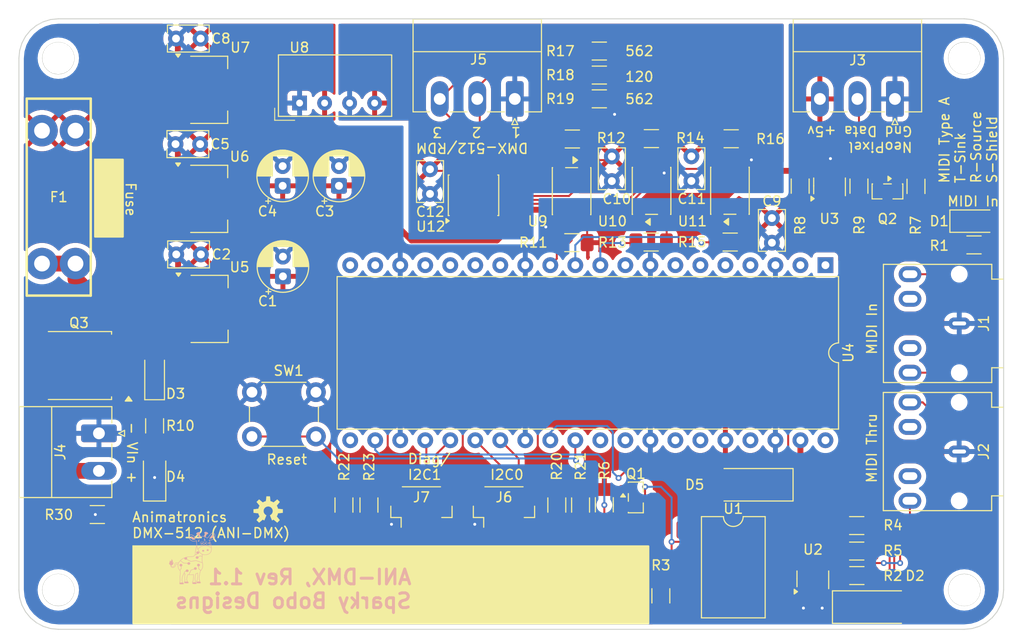
<source format=kicad_pcb>
(kicad_pcb (version 20241229) (generator "pcbnew") (generator_version "9.0")
  (title_block (title "Animatronics - DMX-512 (ANI-DMX)") (date "2025-12-31") (rev "1.1") (company "Sparky Bobo Designs") (comment 2 "Designed by: SparkyBobo") (comment 3 "https://creativecommons.org/licenses/by-sa/4.0/") (comment 4 "Released under the Creative Commons Attribution Share-Alike 4.0 License"))
  (layers (0 "F.Cu" signal) (2 "B.Cu" signal) (13 "F.Paste" user) (15 "B.Paste" user) (5 "F.SilkS" user "F.Silkscreen") (7 "B.SilkS" user "B.Silkscreen") (1 "F.Mask" user) (3 "B.Mask" user) (25 "Edge.Cuts" user))
  (net 0 "")
  (net 1 "GND")
  (net 2 "+5VD")
  (net 3 "+5VP")
  (net 4 "Net-(D1-K)")
  (net 5 "Net-(D2-K)")
  (net 6 "/SNK_IN")
  (net 7 "+5VL")
  (net 8 "/SRC_IN")
  (net 11 "/SNK_OUT")
  (net 12 "Net-(U7-VO)")
  (net 13 "Net-(D1-A)")
  (net 14 "/SRC_OUT")
  (net 15 "Net-(D3-A)")
  (net 16 "/I2C0_D")
  (net 17 "+3.3V")
  (net 18 "/I2C0_C")
  (net 19 "/I2C1_C")
  (net 20 "/I2C1_D")
  (net 21 "Net-(J5-Pin_2)")
  (net 22 "Net-(J5-Pin_3)")
  (net 24 "VDD")
  (net 25 "GNDD")
  (net 26 "/MIDI_IN")
  (net 27 "/LED")
  (net 28 "Net-(Q2-D)")
  (net 29 "/DMX-RX")
  (net 30 "Net-(D3-K)")
  (net 31 "Net-(D4-A)")
  (net 32 "/DMX-EN")
  (net 33 "Net-(U9-K)")
  (net 34 "Net-(U5-VI)")
  (net 35 "Net-(U10-K)")
  (net 36 "/DMX-TX")
  (net 37 "Net-(U10-VO)")
  (net 40 "Net-(J3-Pin_2)")
  (net 43 "Net-(R5-Pad2)")
  (net 44 "Net-(R9-Pad1)")
  (net 45 "Net-(U12-RO)")
  (net 46 "Net-(U11-K)")
  (net 48 "Net-(U11-VO)")
  (net 49 "Net-(U4-RUN)")
  (net 51 "Net-(J4-Pin_2)")
  (net 67 "/~{DT-MBB}")
  (net 68 "/~{DT-MAB}")
  (net 69 "/~{DT-BRK}")
  (footprint "Capacitor_THT:CP_Radial_D5.0mm_P2.00mm" (layer "F.Cu") (at 122.4788 75.2028 90)
    (property "Reference" "C3")
    (property "Value" "100uf")
  )
  (footprint "Resistor_SMD:R_1206_3216Metric_Pad1.30x1.75mm_HandSolder" (layer "F.Cu") (at 186.9688 81.2038 180)
    (property "Reference" "R1")
    (property "Value" "330")
  )
  (footprint "Package_TO_SOT_SMD:TO-252-2" (layer "F.Cu") (at 96.0774 93.4526 180)
    (property "Reference" "Q3")
    (property "Value" "TSM680P06")
  )
  (footprint "Resistor_SMD:R_1206_3216Metric_Pad1.30x1.75mm_HandSolder" (layer "F.Cu") (at 175.0568 112.2934 180)
    (property "Reference" "R5")
    (property "Value" "220")
  )
  (footprint "MountingHole:MountingHole_3.2mm_M3" (layer "F.Cu") (at 93.98 62.23)
    (property "Reference" "H1" (hide yes))
    (property "Value" "MountingHole")
  )
  (footprint "Package_SO:SO-5-6_4.55x3.7mm_P1.27mm" (layer "F.Cu") (at 162.1838 75.707 90)
    (property "Reference" "U11")
    (property "Value" "TLP2363")
  )
  (footprint "Capacitor_THT:C_Rect_L4.0mm_W2.5mm_P2.50mm" (layer "F.Cu") (at 108.458 82.169 180)
    (property "Reference" "C2")
    (property "Value" "0.1uF")
  )
  (footprint "Resistor_SMD:R_1206_3216Metric_Pad1.30x1.75mm_HandSolder" (layer "F.Cu") (at 122.9868 107.6204 90)
    (property "Reference" "R22")
    (property "Value" "4.7k")
  )
  (footprint "Resistor_SMD:R_1206_3216Metric_Pad1.30x1.75mm_HandSolder" (layer "F.Cu") (at 148.9208 66.3702 180)
    (property "Reference" "R19")
    (property "Value" "562")
  )
  (footprint "Resistor_SMD:R_1206_3216Metric_Pad1.30x1.75mm_HandSolder" (layer "F.Cu") (at 146.1316 80.9752 180)
    (property "Reference" "R11")
    (property "Value" "470")
  )
  (footprint "Package_SO:SO-5-6_4.55x3.7mm_P1.27mm" (layer "F.Cu") (at 146.1056 75.7428 -90)
    (property "Reference" "U9")
    (property "Value" "TLP2363")
  )
  (footprint "Package_TO_SOT_SMD:SOT-23-5_HandSoldering" (layer "F.Cu") (at 172.2984 75.3072 90)
    (property "Reference" "U3")
    (property "Value" "74AHC1G125")
  )
  (footprint "Package_TO_SOT_SMD:SOT-23" (layer "F.Cu") (at 178.181 75.7705 -90)
    (property "Reference" "Q2")
    (property "Value" "BSS138")
  )
  (footprint "Capacitor_THT:C_Rect_L4.0mm_W2.5mm_P2.50mm" (layer "F.Cu") (at 131.7244 73.5218 -90)
    (property "Reference" "C12")
    (property "Value" "0.1uF")
  )
  (footprint "MountingHole:MountingHole_3.2mm_M3" (layer "F.Cu") (at 185.9788 62.2554)
    (property "Reference" "H2" (hide yes))
    (property "Value" "MountingHole")
  )
  (footprint "footprints:RP_Pico_DIP" (layer "F.Cu") (at 171.8818 83.2612 -90)
    (property "Reference" "U4")
    (property "Value" "Raspberry Pi Pico")
  )
  (footprint "Package_DIP:SMDIP-8_W9.53mm" (layer "F.Cu") (at 162.5266 113.9364)
    (property "Reference" "U1")
    (property "Value" "6N138")
  )
  (footprint "MountingHole:MountingHole_3.2mm_M3" (layer "F.Cu") (at 93.98 116.2304)
    (property "Reference" "H3" (hide yes))
    (property "Value" "MountingHole")
  )
  (footprint "Capacitor_THT:C_Rect_L4.0mm_W2.5mm_P2.50mm" (layer "F.Cu") (at 108.3818 70.9676 180)
    (property "Reference" "C5")
    (property "Value" "0.1uF")
  )
  (footprint "Resistor_SMD:R_1206_3216Metric_Pad1.30x1.75mm_HandSolder" (layer "F.Cu") (at 155.1686 116.84 90)
    (property "Reference" "R3")
    (property "Value" "220")
  )
  (footprint "Capacitor_THT:CP_Radial_D5.0mm_P2.00mm" (layer "F.Cu") (at 116.7892 84.3976 90)
    (property "Reference" "C1")
    (property "Value" "10uf")
  )
  (footprint "Resistor_SMD:R_1206_3216Metric_Pad1.30x1.75mm_HandSolder" (layer "F.Cu") (at 154.1834 80.9136)
    (property "Reference" "R13")
    (property "Value" "470")
  )
  (footprint "Resistor_SMD:R_1206_3216Metric_Pad1.30x1.75mm_HandSolder" (layer "F.Cu") (at 169.3164 75.2342 90)
    (property "Reference" "R8")
    (property "Value" "10k")
  )
  (footprint "Package_TO_SOT_SMD:SOT-223-3_TabPin2" (layer "F.Cu") (at 109.2704 76.5302)
    (property "Reference" "U6")
    (property "Value" "AZ1117-5.0")
  )
  (footprint "Resistor_SMD:R_1206_3216Metric_Pad1.30x1.75mm_HandSolder" (layer "F.Cu") (at 148.9196 61.5188)
    (property "Reference" "R17")
    (property "Value" "562")
  )
  (footprint "Package_TO_SOT_SMD:SOT-223-3_TabPin2" (layer "F.Cu") (at 109.2704 65.4558)
    (property "Reference" "U7")
    (property "Value" "AZ1117-5.0")
  )
  (footprint "Diode_SMD:D_SOD-123" (layer "F.Cu") (at 103.759 94.5642 90)
    (property "Reference" "D3")
    (property "Value" "3.9v")
  )
  (footprint "Resistor_SMD:R_1206_3216Metric_Pad1.30x1.75mm_HandSolder" (layer "F.Cu") (at 146.1824 70.4488)
    (property "Reference" "R12")
    (property "Value" "470")
  )
  (footprint "Resistor_SMD:R_1206_3216Metric_Pad1.30x1.75mm_HandSolder" (layer "F.Cu") (at 144.6022 107.6204 90)
    (property "Reference" "R20")
    (property "Value" "4.7k")
  )
  (footprint "footprints:Converter_DCDC_Recom_RFM0505S_THT" (layer "F.Cu") (at 118.4829 66.7989 90)
    (property "Reference" "U8")
    (property "Value" "RFM-0505S")
  )
  (footprint "Resistor_SMD:R_1206_3216Metric_Pad1.30x1.75mm_HandSolder" (layer "F.Cu") (at 175.0568 109.7064 180)
    (property "Reference" "R4")
    (property "Value" "220")
  )
  (footprint "footprints:OSHW-LOGO-S" (layer "F.Cu") (at 115.2906 108.2294)
    (property "Reference" "")
    (property "Value" "")
  )
  (footprint "Resistor_SMD:R_1206_3216Metric_Pad1.30x1.75mm_HandSolder" (layer "F.Cu") (at 175.072 114.7826 180)
    (property "Reference" "R2")
    (property "Value" "220")
  )
  (footprint "Capacitor_THT:C_Rect_L4.0mm_W2.5mm_P2.50mm" (layer "F.Cu") (at 150.1902 72.223 -90)
    (property "Reference" "C10")
    (property "Value" "0.1uF")
  )
  (footprint "Resistor_SMD:R_1206_3216Metric_Pad1.30x1.75mm_HandSolder" (layer "F.Cu") (at 162.2104 80.9136)
    (property "Reference" "R15")
    (property "Value" "470")
  )
  (footprint "Resistor_SMD:R_1206_3216Metric_Pad1.30x1.75mm_HandSolder" (layer "F.Cu") (at 149.4282 107.5944 90)
    (property "Reference" "R6")
    (property "Value" "10k")
  )
  (footprint "Package_TO_SOT_SMD:SOT-23-5_HandSoldering" (layer "F.Cu") (at 170.6016 115.2144 90)
    (property "Reference" "U2")
    (property "Value" "74AHC1G125")
  )
  (footprint "Connector_Phoenix_MC:PhoenixContact_MC_1,5_3-G-3.81_1x03_P3.81mm_Horizontal" (layer "F.Cu") (at 140.335 66.3817 180)
    (property "Reference" "J5")
    (property "Value" "DMX")
  )
  (footprint "Diode_SMD:D_SMA_Handsoldering" (layer "F.Cu") (at 177.1034 117.983)
    (property "Reference" "D2")
    (property "Value" "MBRA140")
  )
  (footprint "Package_SO:SO-5-6_4.55x3.7mm_P1.27mm" (layer "F.Cu") (at 154.2254 75.7178 90)
    (property "Reference" "U10")
    (property "Value" "TLP2363")
  )
  (footprint "Resistor_SMD:R_1206_3216Metric_Pad1.30x1.75mm_HandSolder" (layer "F.Cu") (at 97.9424 108.585 180)
    (property "Reference" "R30")
    (property "Value" "1k")
  )
  (footprint "Package_TO_SOT_SMD:SOT-223-3_TabPin2" (layer "F.Cu") (at 109.3104 87.7062)
    (property "Reference" "U5")
    (property "Value" "AZ1117-5.0")
  )
  (footprint "Resistor_SMD:R_1206_3216Metric_Pad1.30x1.75mm_HandSolder" (layer "F.Cu") (at 125.5268 107.6204 90)
    (property "Reference" "R23")
    (property "Value" "4.7k")
  )
  (footprint "Connector_JST:JST_SH_BM04B-SRSS-TB_1x04-1MP_P1.00mm_Vertical" (layer "F.Cu") (at 130.8548 107.7764)
    (property "Reference" "J7")
    (property "Value" "I2C1")
  )
  (footprint "Resistor_SMD:R_1206_3216Metric_Pad1.30x1.75mm_HandSolder" (layer "F.Cu") (at 103.759 99.578 -90)
    (property "Reference" "R10")
    (property "Value" "470")
  )
  (footprint "Diode_SMD:D_SMA_Handsoldering" (layer "F.Cu") (at 164.084 105.5624 180)
    (property "Reference" "D5")
    (property "Value" "MBRA140")
  )
  (footprint "Package_SO:SOIC-8_3.9x4.9mm_P1.27mm" (layer "F.Cu") (at 136.144 76.1634 90)
    (property "Reference" "U12")
    (property "Value" "THVD1420")
  )
  (footprint "Package_TO_SOT_SMD:SOT-23" (layer "F.Cu") (at 152.6263 106.8476)
    (property "Reference" "Q1")
    (property "Value" "BSS138")
  )
  (footprint "Connector_JST:JST_SH_BM04B-SRSS-TB_1x04-1MP_P1.00mm_Vertical" (layer "F.Cu") (at 139.2368 107.7764)
    (property "Reference" "J6")
    (property "Value" "I2C0")
  )
  (footprint "MountingHole:MountingHole_3.2mm_M3" (layer "F.Cu") (at 185.9788 116.2558)
    (property "Reference" "H4" (hide yes))
    (property "Value" "MountingHole")
  )
  (footprint "footprints:DP10062" (layer "F.Cu") (at 89.9778 58.2422)
    (property "Reference" "" (hide yes))
    (property "Value" "" (hide yes))
    (fp_line (start 0 4) (end 0.076859 3.21964) (stroke (width 0.1)) (layer "Edge.Cuts"))
    (fp_line (start 0 58) (end 0 4) (stroke (width 0.1)) (layer "Edge.Cuts"))
    (fp_line (start 0.076859 3.21964) (end 0.304474 2.46925) (stroke (width 0.1)) (layer "Edge.Cuts"))
    (fp_line (start 0.076859 58.7803) (end 0 58) (stroke (width 0.1)) (layer "Edge.Cuts"))
    (fp_line (start 0.304474 2.46925) (end 0.674118 1.77771) (stroke (width 0.1)) (layer "Edge.Cuts"))
    (fp_line (start 0.304474 59.5307) (end 0.076859 58.7803) (stroke (width 0.1)) (layer "Edge.Cuts"))
    (fp_line (start 0.674118 1.77771) (end 1.17157 1.17157) (stroke (width 0.1)) (layer "Edge.Cuts"))
    (fp_line (start 0.674118 60.2223) (end 0.304474 59.5307) (stroke (width 0.1)) (layer "Edge.Cuts"))
    (fp_line (start 1.17157 1.17157) (end 1.77771 0.674118) (stroke (width 0.1)) (layer "Edge.Cuts"))
    (fp_line (start 1.17157 60.8284) (end 0.674118 60.2223) (stroke (width 0.1)) (layer "Edge.Cuts"))
    (fp_line (start 1.77771 0.674118) (end 2.46925 0.304474) (stroke (width 0.1)) (layer "Edge.Cuts"))
    (fp_line (start 1.77771 61.3259) (end 1.17157 60.8284) (stroke (width 0.1)) (layer "Edge.Cuts"))
    (fp_line (start 2.39999 4) (end 2.43074 4.31213) (stroke (width 0.1)) (layer "Edge.Cuts"))
    (fp_line (start 2.39999 58) (end 2.43074 58.3121) (stroke (width 0.1)) (layer "Edge.Cuts"))
    (fp_line (start 2.43074 3.68785) (end 2.39999 4) (stroke (width 0.1)) (layer "Edge.Cuts"))
    (fp_line (start 2.43074 4.31213) (end 2.52179 4.61229) (stroke (width 0.1)) (layer "Edge.Cuts"))
    (fp_line (start 2.43074 57.6879) (end 2.39999 58) (stroke (width 0.1)) (layer "Edge.Cuts"))
    (fp_line (start 2.43074 58.3121) (end 2.52179 58.6123) (stroke (width 0.1)) (layer "Edge.Cuts"))
    (fp_line (start 2.46925 0.304474) (end 3.21964 0.076859) (stroke (width 0.1)) (layer "Edge.Cuts"))
    (fp_line (start 2.46925 61.6955) (end 1.77771 61.3259) (stroke (width 0.1)) (layer "Edge.Cuts"))
    (fp_line (start 2.52179 3.3877) (end 2.43074 3.68785) (stroke (width 0.1)) (layer "Edge.Cuts"))
    (fp_line (start 2.52179 4.61229) (end 2.66965 4.8889) (stroke (width 0.1)) (layer "Edge.Cuts"))
    (fp_line (start 2.52179 57.3877) (end 2.43074 57.6879) (stroke (width 0.1)) (layer "Edge.Cuts"))
    (fp_line (start 2.52179 58.6123) (end 2.66965 58.8889) (stroke (width 0.1)) (layer "Edge.Cuts"))
    (fp_line (start 2.66965 3.11108) (end 2.52179 3.3877) (stroke (width 0.1)) (layer "Edge.Cuts"))
    (fp_line (start 2.66965 4.8889) (end 2.86862 5.13136) (stroke (width 0.1)) (layer "Edge.Cuts"))
    (fp_line (start 2.66965 57.1111) (end 2.52179 57.3877) (stroke (width 0.1)) (layer "Edge.Cuts"))
    (fp_line (start 2.66965 58.8889) (end 2.86862 59.1314) (stroke (width 0.1)) (layer "Edge.Cuts"))
    (fp_line (start 2.86862 2.86862) (end 2.66965 3.11108) (stroke (width 0.1)) (layer "Edge.Cuts"))
    (fp_line (start 2.86862 5.13136) (end 3.11108 5.33034) (stroke (width 0.1)) (layer "Edge.Cuts"))
    (fp_line (start 2.86862 56.8686) (end 2.66965 57.1111) (stroke (width 0.1)) (layer "Edge.Cuts"))
    (fp_line (start 2.86862 59.1314) (end 3.11108 59.3303) (stroke (width 0.1)) (layer "Edge.Cuts"))
    (fp_line (start 3.11108 2.66965) (end 2.86862 2.86862) (stroke (width 0.1)) (layer "Edge.Cuts"))
    (fp_line (start 3.11108 5.33034) (end 3.3877 5.4782) (stroke (width 0.1)) (layer "Edge.Cuts"))
    (fp_line (start 3.11108 56.6696) (end 2.86862 56.8686) (stroke (width 0.1)) (layer "Edge.Cuts"))
    (fp_line (start 3.11108 59.3303) (end 3.3877 59.4782) (stroke (width 0.1)) (layer "Edge.Cuts"))
    (fp_line (start 3.21964 0.076859) (end 3.99998 0) (stroke (width 0.1)) (layer "Edge.Cuts"))
    (fp_line (start 3.21964 61.9231) (end 2.46925 61.6955) (stroke (width 0.1)) (layer "Edge.Cuts"))
    (fp_line (start 3.3877 2.52179) (end 3.11108 2.66965) (stroke (width 0.1)) (layer "Edge.Cuts"))
    (fp_line (start 3.3877 5.4782) (end 3.68785 5.56924) (stroke (width 0.1)) (layer "Edge.Cuts"))
    (fp_line (start 3.3877 56.5218) (end 3.11108 56.6696) (stroke (width 0.1)) (layer "Edge.Cuts"))
    (fp_line (start 3.3877 59.4782) (end 3.68785 59.5692) (stroke (width 0.1)) (layer "Edge.Cuts"))
    (fp_line (start 3.68785 2.43074) (end 3.3877 2.52179) (stroke (width 0.1)) (layer "Edge.Cuts"))
    (fp_line (start 3.68785 5.56924) (end 4 5.59999) (stroke (width 0.1)) (layer "Edge.Cuts"))
    (fp_line (start 3.68785 56.4307) (end 3.3877 56.5218) (stroke (width 0.1)) (layer "Edge.Cuts"))
    (fp_line (start 3.68785 59.5692) (end 4 59.6) (stroke (width 0.1)) (layer "Edge.Cuts"))
    (fp_line (start 3.99998 0) (end 96 0) (stroke (width 0.1)) (layer "Edge.Cuts"))
    (fp_line (start 3.99998 2.39999) (end 3.68785 2.43074) (stroke (width 0.1)) (layer "Edge.Cuts"))
    (fp_line (start 3.99998 56.4) (end 3.68785 56.4307) (stroke (width 0.1)) (layer "Edge.Cuts"))
    (fp_line (start 4 5.59999) (end 4.31213 5.56924) (stroke (width 0.1)) (layer "Edge.Cuts"))
    (fp_line (start 4 59.6) (end 4.31213 59.5692) (stroke (width 0.1)) (layer "Edge.Cuts"))
    (fp_line (start 4 62) (end 3.21964 61.9231) (stroke (width 0.1)) (layer "Edge.Cuts"))
    (fp_line (start 4.31213 2.43074) (end 3.99998 2.39999) (stroke (width 0.1)) (layer "Edge.Cuts"))
    (fp_line (start 4.31213 5.56924) (end 4.61229 5.4782) (stroke (width 0.1)) (layer "Edge.Cuts"))
    (fp_line (start 4.31213 56.4307) (end 3.99998 56.4) (stroke (width 0.1)) (layer "Edge.Cuts"))
    (fp_line (start 4.31213 59.5692) (end 4.61229 59.4782) (stroke (width 0.1)) (layer "Edge.Cuts"))
    (fp_line (start 4.61229 2.52179) (end 4.31213 2.43074) (stroke (width 0.1)) (layer "Edge.Cuts"))
    (fp_line (start 4.61229 5.4782) (end 4.8889 5.33034) (stroke (width 0.1)) (layer "Edge.Cuts"))
    (fp_line (start 4.61229 56.5218) (end 4.31213 56.4307) (stroke (width 0.1)) (layer "Edge.Cuts"))
    (fp_line (start 4.61229 59.4782) (end 4.8889 59.3303) (stroke (width 0.1)) (layer "Edge.Cuts"))
    (fp_line (start 4.8889 2.66965) (end 4.61229 2.52179) (stroke (width 0.1)) (layer "Edge.Cuts"))
    (fp_line (start 4.8889 5.33034) (end 5.13136 5.13136) (stroke (width 0.1)) (layer "Edge.Cuts"))
    (fp_line (start 4.8889 56.6696) (end 4.61229 56.5218) (stroke (width 0.1)) (layer "Edge.Cuts"))
    (fp_line (start 4.8889 59.3303) (end 5.13136 59.1314) (stroke (width 0.1)) (layer "Edge.Cuts"))
    (fp_line (start 5.13136 2.86862) (end 4.8889 2.66965) (stroke (width 0.1)) (layer "Edge.Cuts"))
    (fp_line (start 5.13136 5.13136) (end 5.33034 4.8889) (stroke (width 0.1)) (layer "Edge.Cuts"))
    (fp_line (start 5.13136 56.8686) (end 4.8889 56.6696) (stroke (width 0.1)) (layer "Edge.Cuts"))
    (fp_line (start 5.13136 59.1314) (end 5.33034 58.8889) (stroke (width 0.1)) (layer "Edge.Cuts"))
    (fp_line (start 5.33034 3.11108) (end 5.13136 2.86862) (stroke (width 0.1)) (layer "Edge.Cuts"))
    (fp_line (start 5.33034 4.8889) (end 5.4782 4.61229) (stroke (width 0.1)) (layer "Edge.Cuts"))
    (fp_line (start 5.33034 57.1111) (end 5.13136 56.8686) (stroke (width 0.1)) (layer "Edge.Cuts"))
    (fp_line (start 5.33034 58.8889) (end 5.4782 58.6123) (stroke (width 0.1)) (layer "Edge.Cuts"))
    (fp_line (start 5.4782 3.3877) (end 5.33034 3.11108) (stroke (width 0.1)) (layer "Edge.Cuts"))
    (fp_line (start 5.4782 4.61229) (end 5.56924 4.31213) (stroke (width 0.1)) (layer "Edge.Cuts"))
    (fp_line (start 5.4782 57.3877) (end 5.33034 57.1111) (stroke (width 0.1)) (layer "Edge.Cuts"))
    (fp_line (start 5.4782 58.6123) (end 5.56924 58.3121) (stroke (width 0.1)) (layer "Edge.Cuts"))
    (fp_line (start 5.56924 3.68785) (end 5.4782 3.3877) (stroke (width 0.1)) (layer "Edge.Cuts"))
    (fp_line (start 5.56924 4.31213) (end 5.59999 4) (stroke (width 0.1)) (layer "Edge.Cuts"))
    (fp_line (start 5.56924 57.6879) (end 5.4782 57.3877) (stroke (width 0.1)) (layer "Edge.Cuts"))
    (fp_line (start 5.56924 58.3121) (end 5.59999 58) (stroke (width 0.1)) (layer "Edge.Cuts"))
    (fp_line (start 5.59999 4) (end 5.56924 3.68785) (stroke (width 0.1)) (layer "Edge.Cuts"))
    (fp_line (start 5.59999 58) (end 5.56924 57.6879) (stroke (width 0.1)) (layer "Edge.Cuts"))
    (fp_line (start 94.4 4) (end 94.4307 4.31213) (stroke (width 0.1)) (layer "Edge.Cuts"))
    (fp_line (start 94.4 58) (end 94.4307 58.3121) (stroke (width 0.1)) (layer "Edge.Cuts"))
    (fp_line (start 94.4307 3.68785) (end 94.4 4) (stroke (width 0.1)) (layer "Edge.Cuts"))
    (fp_line (start 94.4307 4.31213) (end 94.5218 4.61229) (stroke (width 0.1)) (layer "Edge.Cuts"))
    (fp_line (start 94.4307 57.6879) (end 94.4 58) (stroke (width 0.1)) (layer "Edge.Cuts"))
    (fp_line (start 94.4307 58.3121) (end 94.5218 58.6123) (stroke (width 0.1)) (layer "Edge.Cuts"))
    (fp_line (start 94.5218 3.3877) (end 94.4307 3.68785) (stroke (width 0.1)) (layer "Edge.Cuts"))
    (fp_line (start 94.5218 4.61229) (end 94.6696 4.8889) (stroke (width 0.1)) (layer "Edge.Cuts"))
    (fp_line (start 94.5218 57.3877) (end 94.4307 57.6879) (stroke (width 0.1)) (layer "Edge.Cuts"))
    (fp_line (start 94.5218 58.6123) (end 94.6696 58.8889) (stroke (width 0.1)) (layer "Edge.Cuts"))
    (fp_line (start 94.6696 3.11108) (end 94.5218 3.3877) (stroke (width 0.1)) (layer "Edge.Cuts"))
    (fp_line (start 94.6696 4.8889) (end 94.8686 5.13136) (stroke (width 0.1)) (layer "Edge.Cuts"))
    (fp_line (start 94.6696 57.1111) (end 94.5218 57.3877) (stroke (width 0.1)) (layer "Edge.Cuts"))
    (fp_line (start 94.6696 58.8889) (end 94.8686 59.1314) (stroke (width 0.1)) (layer "Edge.Cuts"))
    (fp_line (start 94.8686 2.86862) (end 94.6696 3.11108) (stroke (width 0.1)) (layer "Edge.Cuts"))
    (fp_line (start 94.8686 5.13136) (end 95.1111 5.33034) (stroke (width 0.1)) (layer "Edge.Cuts"))
    (fp_line (start 94.8686 56.8686) (end 94.6696 57.1111) (stroke (width 0.1)) (layer "Edge.Cuts"))
    (fp_line (start 94.8686 59.1314) (end 95.1111 59.3303) (stroke (width 0.1)) (layer "Edge.Cuts"))
    (fp_line (start 95.1111 2.66965) (end 94.8686 2.86862) (stroke (width 0.1)) (layer "Edge.Cuts"))
    (fp_line (start 95.1111 5.33034) (end 95.3877 5.4782) (stroke (width 0.1)) (layer "Edge.Cuts"))
    (fp_line (start 95.1111 56.6696) (end 94.8686 56.8686) (stroke (width 0.1)) (layer "Edge.Cuts"))
    (fp_line (start 95.1111 59.3303) (end 95.3877 59.4782) (stroke (width 0.1)) (layer "Edge.Cuts"))
    (fp_line (start 95.3877 2.52179) (end 95.1111 2.66965) (stroke (width 0.1)) (layer "Edge.Cuts"))
    (fp_line (start 95.3877 5.4782) (end 95.6879 5.56924) (stroke (width 0.1)) (layer "Edge.Cuts"))
    (fp_line (start 95.3877 56.5218) (end 95.1111 56.6696) (stroke (width 0.1)) (layer "Edge.Cuts"))
    (fp_line (start 95.3877 59.4782) (end 95.6879 59.5692) (stroke (width 0.1)) (layer "Edge.Cuts"))
    (fp_line (start 95.6879 2.43074) (end 95.3877 2.52179) (stroke (width 0.1)) (layer "Edge.Cuts"))
    (fp_line (start 95.6879 5.56924) (end 96 5.59999) (stroke (width 0.1)) (layer "Edge.Cuts"))
    (fp_line (start 95.6879 56.4307) (end 95.3877 56.5218) (stroke (width 0.1)) (layer "Edge.Cuts"))
    (fp_line (start 95.6879 59.5692) (end 96 59.6) (stroke (width 0.1)) (layer "Edge.Cuts"))
    (fp_line (start 96 0) (end 96.7803 0.076859) (stroke (width 0.1)) (layer "Edge.Cuts"))
    (fp_line (start 96 2.39999) (end 95.6879 2.43074) (stroke (width 0.1)) (layer "Edge.Cuts"))
    (fp_line (start 96 5.59999) (end 96.3121 5.56924) (stroke (width 0.1)) (layer "Edge.Cuts"))
    (fp_line (start 96 56.4) (end 95.6879 56.4307) (stroke (width 0.1)) (layer "Edge.Cuts"))
    (fp_line (start 96 59.6) (end 96.3121 59.5692) (stroke (width 0.1)) (layer "Edge.Cuts"))
    (fp_line (start 96 62) (end 4 62) (stroke (width 0.1)) (layer "Edge.Cuts"))
    (fp_line (start 96.3121 2.43074) (end 96 2.39999) (stroke (width 0.1)) (layer "Edge.Cuts"))
    (fp_line (start 96.3121 5.56924) (end 96.6123 5.4782) (stroke (width 0.1)) (layer "Edge.Cuts"))
    (fp_line (start 96.3121 56.4307) (end 96 56.4) (stroke (width 0.1)) (layer "Edge.Cuts"))
    (fp_line (start 96.3121 59.5692) (end 96.6123 59.4782) (stroke (width 0.1)) (layer "Edge.Cuts"))
    (fp_line (start 96.6123 2.52179) (end 96.3121 2.43074) (stroke (width 0.1)) (layer "Edge.Cuts"))
    (fp_line (start 96.6123 5.4782) (end 96.8889 5.33034) (stroke (width 0.1)) (layer "Edge.Cuts"))
    (fp_line (start 96.6123 56.5218) (end 96.3121 56.4307) (stroke (width 0.1)) (layer "Edge.Cuts"))
    (fp_line (start 96.6123 59.4782) (end 96.8889 59.3303) (stroke (width 0.1)) (layer "Edge.Cuts"))
    (fp_line (start 96.7803 0.076859) (end 97.5307 0.304474) (stroke (width 0.1)) (layer "Edge.Cuts"))
    (fp_line (start 96.7803 61.9231) (end 96 62) (stroke (width 0.1)) (layer "Edge.Cuts"))
    (fp_line (start 96.8889 2.66965) (end 96.6123 2.52179) (stroke (width 0.1)) (layer "Edge.Cuts"))
    (fp_line (start 96.8889 5.33034) (end 97.1314 5.13136) (stroke (width 0.1)) (layer "Edge.Cuts"))
    (fp_line (start 96.8889 56.6696) (end 96.6123 56.5218) (stroke (width 0.1)) (layer "Edge.Cuts"))
    (fp_line (start 96.8889 59.3303) (end 97.1314 59.1314) (stroke (width 0.1)) (layer "Edge.Cuts"))
    (fp_line (start 97.1314 2.86862) (end 96.8889 2.66965) (stroke (width 0.1)) (layer "Edge.Cuts"))
    (fp_line (start 97.1314 5.13136) (end 97.3303 4.8889) (stroke (width 0.1)) (layer "Edge.Cuts"))
    (fp_line (start 97.1314 56.8686) (end 96.8889 56.6696) (stroke (width 0.1)) (layer "Edge.Cuts"))
    (fp_line (start 97.1314 59.1314) (end 97.3303 58.8889) (stroke (width 0.1)) (layer "Edge.Cuts"))
    (fp_line (start 97.3303 3.11108) (end 97.1314 2.86862) (stroke (width 0.1)) (layer "Edge.Cuts"))
    (fp_line (start 97.3303 4.8889) (end 97.4782 4.61229) (stroke (width 0.1)) (layer "Edge.Cuts"))
    (fp_line (start 97.3303 57.1111) (end 97.1314 56.8686) (stroke (width 0.1)) (layer "Edge.Cuts"))
    (fp_line (start 97.3303 58.8889) (end 97.4782 58.6123) (stroke (width 0.1)) (layer "Edge.Cuts"))
    (fp_line (start 97.4782 3.3877) (end 97.3303 3.11108) (stroke (width 0.1)) (layer "Edge.Cuts"))
    (fp_line (start 97.4782 4.61229) (end 97.5692 4.31213) (stroke (width 0.1)) (layer "Edge.Cuts"))
    (fp_line (start 97.4782 57.3877) (end 97.3303 57.1111) (stroke (width 0.1)) (layer "Edge.Cuts"))
    (fp_line (start 97.4782 58.6123) (end 97.5692 58.3121) (stroke (width 0.1)) (layer "Edge.Cuts"))
    (fp_line (start 97.5307 0.304474) (end 98.2223 0.674118) (stroke (width 0.1)) (layer "Edge.Cuts"))
    (fp_line (start 97.5307 61.6955) (end 96.7803 61.9231) (stroke (width 0.1)) (layer "Edge.Cuts"))
    (fp_line (start 97.5692 3.68785) (end 97.4782 3.3877) (stroke (width 0.1)) (layer "Edge.Cuts"))
    (fp_line (start 97.5692 4.31213) (end 97.6 4) (stroke (width 0.1)) (layer "Edge.Cuts"))
    (fp_line (start 97.5692 57.6879) (end 97.4782 57.3877) (stroke (width 0.1)) (layer "Edge.Cuts"))
    (fp_line (start 97.5692 58.3121) (end 97.6 58) (stroke (width 0.1)) (layer "Edge.Cuts"))
    (fp_line (start 97.6 4) (end 97.5692 3.68785) (stroke (width 0.1)) (layer "Edge.Cuts"))
    (fp_line (start 97.6 58) (end 97.5692 57.6879) (stroke (width 0.1)) (layer "Edge.Cuts"))
    (fp_line (start 98.2223 0.674118) (end 98.8284 1.17157) (stroke (width 0.1)) (layer "Edge.Cuts"))
    (fp_line (start 98.2223 61.3259) (end 97.5307 61.6955) (stroke (width 0.1)) (layer "Edge.Cuts"))
    (fp_line (start 98.8284 1.17157) (end 99.3259 1.77771) (stroke (width 0.1)) (layer "Edge.Cuts"))
    (fp_line (start 98.8284 60.8284) (end 98.2223 61.3259) (stroke (width 0.1)) (layer "Edge.Cuts"))
    (fp_line (start 99.3259 1.77771) (end 99.6955 2.46925) (stroke (width 0.1)) (layer "Edge.Cuts"))
    (fp_line (start 99.3259 60.2223) (end 98.8284 60.8284) (stroke (width 0.1)) (layer "Edge.Cuts"))
    (fp_line (start 99.6955 2.46925) (end 99.9231 3.21964) (stroke (width 0.1)) (layer "Edge.Cuts"))
    (fp_line (start 99.6955 59.5307) (end 99.3259 60.2223) (stroke (width 0.1)) (layer "Edge.Cuts"))
    (fp_line (start 99.9231 3.21964) (end 100 4) (stroke (width 0.1)) (layer "Edge.Cuts"))
    (fp_line (start 99.9231 58.7803) (end 99.6955 59.5307) (stroke (width 0.1)) (layer "Edge.Cuts"))
    (fp_line (start 100 4) (end 100 58) (stroke (width 0.1)) (layer "Edge.Cuts"))
    (fp_line (start 100 58) (end 99.9231 58.7803) (stroke (width 0.1)) (layer "Edge.Cuts"))
  )
  (footprint "Resistor_SMD:R_1206_3216Metric_Pad1.30x1.75mm_HandSolder" (layer "F.Cu") (at 148.9208 63.9572 180)
    (property "Reference" "R18")
    (property "Value" "120")
  )
  (footprint "Resistor_SMD:R_1206_3216Metric_Pad1.30x1.75mm_HandSolder" (layer "F.Cu") (at 162.3108 70.4234 180)
    (property "Reference" "R16")
    (property "Value" "470")
  )
  (footprint "Resistor_SMD:R_1206_3216Metric_Pad1.30x1.75mm_HandSolder" (layer "F.Cu") (at 147.0152 107.6204 90)
    (property "Reference" "R21")
    (property "Value" "4.7k")
  )
  (footprint "Capacitor_THT:CP_Radial_D5.0mm_P2.00mm" (layer "F.Cu") (at 116.7638 75.2028 90)
    (property "Reference" "C4")
    (property "Value" "100uf")
  )
  (footprint "Resistor_SMD:R_1206_3216Metric_Pad1.30x1.75mm_HandSolder" (layer "F.Cu") (at 154.2088 70.4088 180)
    (property "Reference" "R14")
    (property "Value" "470")
  )
  (footprint "footprints:Jack_3.5mm_Adafruit_1699_Horizontal" (layer "F.Cu") (at 185.4708 89.1794 90)
    (property "Reference" "J1")
    (property "Value" "Midi In")
  )
  (footprint "Capacitor_THT:C_Rect_L4.0mm_W2.5mm_P2.50mm" (layer "F.Cu") (at 166.4462 78.4806 -90)
    (property "Reference" "C9")
    (property "Value" "0.1uF")
  )
  (footprint "Button_Switch_THT:SW_PUSH_6mm" (layer "F.Cu") (at 113.642 96.1602)
    (property "Reference" "SW1")
    (property "Value" "Reset")
  )
  (footprint "Connector_Phoenix_MC:PhoenixContact_MC_1,5_2-G-3.81_1x02_P3.81mm_Horizontal" (layer "F.Cu") (at 98.1063 100.338 -90)
    (property "Reference" "J4")
    (property "Value" "Power")
  )
  (footprint "Capacitor_THT:C_Rect_L4.0mm_W2.5mm_P2.50mm" (layer "F.Cu") (at 158.2674 72.2122 -90)
    (property "Reference" "C11")
    (property "Value" "0.1uF")
  )
  (footprint "footprints:Jack_3.5mm_Adafruit_1699_Horizontal" (layer "F.Cu") (at 185.46 102.188 90)
    (property "Reference" "J2")
    (property "Value" "Midi Thru")
  )
  (footprint "footprints:atc_fuse_vertical" (layer "F.Cu") (at 94.0246 76.3498 -90)
    (property "Reference" "F1")
    (property "Value" "Fuse")
  )
  (footprint "Resistor_SMD:R_1206_3216Metric_Pad1.30x1.75mm_HandSolder" (layer "F.Cu") (at 175.2854 75.2342 90)
    (property "Reference" "R9")
    (property "Value" "330")
  )
  (footprint "Resistor_SMD:R_1206_3216Metric_Pad1.30x1.75mm_HandSolder" (layer "F.Cu") (at 181.0766 75.2596 -90)
    (property "Reference" "R7")
    (property "Value" "10k")
  )
  (footprint "LED_SMD:LED_1206_3216Metric_Pad1.42x1.75mm_HandSolder" (layer "F.Cu") (at 103.759 104.753 90)
    (property "Reference" "D4")
    (property "Value" "Power")
  )
  (footprint "Connector_Phoenix_MC:PhoenixContact_MC_1,5_3-G-3.81_1x03_P3.81mm_Horizontal" (layer "F.Cu") (at 178.9388 66.3817 180)
    (property "Reference" "J3")
    (property "Value" "NeoPixel")
  )
  (footprint "Capacitor_THT:C_Rect_L4.0mm_W2.5mm_P2.50mm" (layer "F.Cu") (at 108.4326 60.2488 180)
    (property "Reference" "C8")
    (property "Value" "0.1uF")
  )
  (footprint "LED_SMD:LED_1206_3216Metric_Pad1.42x1.75mm_HandSolder" (layer "F.Cu") (at 186.9805 78.7908)
    (property "Reference" "D1")
    (property "Value" "MIDI_IN")
  )
  (footprint "footprints:logo_cr_5x5" (layer "B.Cu") (at 107.569 113.0046 180)
    (property "Reference" "G***" (hide yes))
    (property "Value" "LOGO" (hide yes))
  )
  (gr_line (start 139.2428 76.6318) (end 137.5156 76.6318) (stroke (width 0.2)) (layer "F.Cu") (net 37))
  (gr_rect (start 97.7138 72.5424) (end 100.5332 80.3656) (stroke (width 0.2)) (fill yes) (layer "F.SilkS"))
  (gr_rect (start 101.6 111.8108) (end 153.8986 119.634) (stroke (width 0.2)) (fill yes) (layer "F.SilkS"))
  (gr_text "MIDI In" (at 177.1904 92.4306 90) (layer "F.SilkS") (effects (font (size 1 1)) (justify left bottom)))
  (gr_text "I2C0" (at 137.7442 105.1306 0) (layer "F.SilkS") (effects (font (size 1 1)) (justify left bottom)))
  (gr_text "MIDI Thru\n" (at 177.1758 105.4646 90) (layer "F.SilkS") (effects (font (size 1 1)) (justify left bottom)))
  (gr_text "Reset" (at 115.0366 103.5812 0) (layer "F.SilkS") (effects (font (size 1 1)) (justify left bottom)))
  (gr_text "- VIn +" (at 100.8888 99.1108 270) (layer "F.SilkS") (effects (font (size 1 1)) (justify left bottom)))
  (gr_text "562" (at 151.4602 66.9798 0) (layer "F.SilkS") (effects (font (size 1 1)) (justify left bottom)))
  (gr_text "NeoPixel\nGnd Data +5v" (at 180.7972 69.0626 180) (layer "F.SilkS") (effects (font (size 1 1)) (justify left bottom)))
  (gr_text "Diag/\nI2C1" (at 129.3876 105.1306 0) (layer "F.SilkS") (effects (font (size 1 1)) (justify left bottom)))
  (gr_text "MIDI Type A \nT-Sink\nR-Source\nS-Shield\n" (at 189.3824 75.0316 90) (layer "F.SilkS") (effects (font (size 1 1)) (justify left bottom)))
  (gr_text "DMX-512/RDM\n 1    2    3" (at 141.7828 69.1642 180) (layer "F.SilkS") (effects (font (size 1 1)) (justify left bottom)))
  (gr_text "MIDI In" (at 184.1754 77.3684 0) (layer "F.SilkS") (effects (font (size 1 1)) (justify left bottom)))
  (gr_text "120" (at 151.4602 64.7192 0) (layer "F.SilkS") (effects (font (size 1 1)) (justify left bottom)))
  (gr_text "Animatronics\nDMX-512 (ANI-DMX)" (at 101.3968 111.0488 0) (layer "F.SilkS") (effects (font (size 1 1)) (justify left bottom)))
  (gr_text "562" (at 151.4602 62.103 0) (layer "F.SilkS") (effects (font (size 1 1)) (justify left bottom)))
  (gr_text "Fuse" (at 100.7364 76.581 270) (layer "F.SilkS") (effects (font (size 1 1)) (justify bottom)))
  (gr_text "ANI-DMX, Rev 1.1\nSparky Bobo Designs" (at 129.9972 118.237 0) (layer "B.SilkS") (effects (font (size 1.5 1.5) (thickness 0.3) (bold yes)) (justify left bottom mirror)))
  (segment (start 173.2484 76.6572) (end 173.2484 75.8394) (width 0.2) (layer "F.Cu") (net 1))
  (segment (start 171.5516 118.0846) (end 171.5516 116.5644) (width 0.2) (layer "F.Cu") (net 1))
  (segment (start 169.3084 117.7464) (end 169.6466 118.0846) (width 0.2) (layer "F.Cu") (net 1))
  (segment (start 106.1204 74.2302) (end 106.1204 71.2062) (width 0.6) (layer "F.Cu") (net 1))
  (segment (start 169.6516 118.0796) (end 169.6516 116.5644) (width 0.2) (layer "F.Cu") (net 1))
  (segment (start 172.3898 75.565) (end 171.6024 75.565) (width 0.2) (layer "F.Cu") (net 1))
  (segment (start 169.6466 118.0846) (end 169.6516 118.0796) (width 0.2) (layer "F.Cu") (net 1))
  (segment (start 106.1212 63.155) (end 106.1204 63.1558) (width 0.6) (layer "F.Cu") (net 1))
  (segment (start 106.1462 82.3572) (end 105.958 82.169) (width 0.6) (layer "F.Cu") (net 1))
  (segment (start 143.9668 78.8928) (end 144.8356 78.8928) (width 0.2) (layer "F.Cu") (net 1))
  (segment (start 172.3898 75.565) (end 172.3898 72.4154) (width 0.2) (layer "F.Cu") (net 1))
  (segment (start 106.1462 85.4062) (end 106.1462 82.3572) (width 0.6) (layer "F.Cu") (net 1))
  (segment (start 96.3924 108.585) (end 97.7392 108.585) (width 0.2) (layer "F.Cu") (net 1))
  (segment (start 129.3548 109.1014) (end 128.287 109.1014) (width 0.2) (layer "F.Cu") (net 1))
  (segment (start 128.287 109.1014) (end 127.8128 109.5756) (width 0.2) (layer "F.Cu") (net 1))
  (segment (start 172.974 75.565) (end 172.3898 75.565) (width 0.2) (layer "F.Cu") (net 1))
  (segment (start 173.2484 75.8394) (end 172.974 75.565) (width 0.2) (layer "F.Cu") (net 1))
  (segment (start 137.7368 109.1014) (end 136.7452 109.1014) (width 0.2) (layer "F.Cu") (net 1))
  (segment (start 103.759 106.2405) (end 103.759 104.8258) (width 0.2) (layer "F.Cu") (net 1))
  (segment (start 136.7452 109.1014) (end 136.271 109.5756) (width 0.2) (layer "F.Cu") (net 1))
  (segment (start 106.1204 71.2062) (end 105.8818 70.9676) (width 0.6) (layer "F.Cu") (net 1))
  (segment (start 105.9326 60.2488) (end 106.1212 60.4374) (width 0.6) (layer "F.Cu") (net 1))
  (segment (start 143.4846 79.375) (end 143.9668 78.8928) (width 0.2) (layer "F.Cu") (net 1))
  (segment (start 106.1212 60.4374) (end 106.1212 63.155) (width 0.6) (layer "F.Cu") (net 1))
  (segment (start 167.2916 117.7464) (end 169.3084 117.7464) (width 0.2) (layer "F.Cu") (net 1))
  (segment (start 171.3484 75.819) (end 171.3484 76.6572) (width 0.2) (layer "F.Cu") (net 1))
  (segment (start 171.6024 75.565) (end 171.3484 75.819) (width 0.2) (layer "F.Cu") (net 1))
  (via (at 172.3898 72.4408) (size 0.6) (drill 0.3) (layers "F.Cu" "B.Cu") (net 1))
  (via (at 143.4846 79.375) (size 0.6) (drill 0.3) (layers "F.Cu" "B.Cu") (net 1))
  (via (at 127.8128 109.5756) (size 0.6) (drill 0.3) (layers "F.Cu" "B.Cu") (net 1))
  (via (at 103.759 104.8258) (size 0.6) (drill 0.3) (layers "F.Cu" "B.Cu") (net 1))
  (via (at 169.6466 118.0846) (size 0.6) (drill 0.3) (layers "F.Cu" "B.Cu") (net 1))
  (via (at 136.271 109.5756) (size 0.6) (drill 0.3) (layers "F.Cu" "B.Cu") (net 1))
  (via (at 97.7392 108.585) (size 0.6) (drill 0.3) (layers "F.Cu" "B.Cu") (net 1))
  (via (at 171.5516 118.0846) (size 0.6) (drill 0.3) (layers "F.Cu" "B.Cu") (net 1))
  (segment (start 122.5042 75.1586) (end 124.2568 75.1586) (width 0.6) (layer "F.Cu") (net 3))
  (segment (start 164.4662 73.6842) (end 169.3164 73.6842) (width 0.6) (layer "F.Cu") (net 3))
  (segment (start 129.8448 80.7466) (end 138.5316 80.7466) (width 0.6) (layer "F.Cu") (net 3))
  (segment (start 153.8478 76.2254) (end 161.925 76.2254) (width 0.6) (layer "F.Cu") (net 3))
  (segment (start 124.2568 75.1586) (end 129.8448 80.7466) (width 0.6) (layer "F.Cu") (net 3))
  (segment (start 161.925 76.2254) (end 164.4662 73.6842) (width 0.6) (layer "F.Cu") (net 3))
  (segment (start 141.6464 77.6318) (end 152.4414 77.6318) (width 0.6) (layer "F.Cu") (net 3))
  (segment (start 152.4414 77.6318) (end 153.8478 76.2254) (width 0.6) (layer "F.Cu") (net 3))
  (segment (start 138.5316 80.7466) (end 141.6464 77.6318) (width 0.6) (layer "F.Cu") (net 3))
  (segment (start 160.9344 112.2934) (end 160.9344 114.3254) (width 0.2) (layer "F.Cu") (net 4))
  (segment (start 160.9344 114.3254) (end 161.8154 115.2064) (width 0.2) (layer "F.Cu") (net 4))
  (segment (start 179.705686 111.309) (end 182.528058 111.309) (width 0.2) (layer "F.Cu") (net 4))
  (segment (start 172.982256 113.5126) (end 174.5234 113.5126) (width 0.2) (layer "F.Cu") (net 4))
  (segment (start 187.0202 79.248) (end 186.563 78.7908) (width 0.2) (layer "F.Cu") (net 4))
  (segment (start 170.6016 116.5644) (end 170.6016 115.2166) (width 0.2) (layer "F.Cu") (net 4))
  (segment (start 153.5638 105.7702) (end 153.5684 105.7656) (width 0.2) (layer "F.Cu") (net 4))
  (segment (start 167.2916 115.2064) (end 170.6118 115.2064) (width 0.2) (layer "F.Cu") (net 4))
  (segment (start 172.2962 115.2064) (end 172.466 115.0366) (width 0.2) (layer "F.Cu") (net 4))
  (segment (start 155.6264 115.29) (end 155.1686 115.29) (width 0.2) (layer "F.Cu") (net 4))
  (segment (start 156.2608 111.3536) (end 156.2608 114.6556) (width 0.2) (layer "F.Cu") (net 4))
  (segment (start 159.9946 111.3536) (end 160.9344 112.2934) (width 0.2) (layer "F.Cu") (net 4))
  (segment (start 172.466 114.028856) (end 172.982256 113.5126) (width 0.2) (layer "F.Cu") (net 4))
  (segment (start 186.563 78.7908) (end 185.493 78.7908) (width 0.2) (layer "F.Cu") (net 4))
  (segment (start 182.528058 111.309) (end 183.8514 109.985658) (width 0.2) (layer "F.Cu") (net 4))
  (segment (start 187.0202 82.4738) (end 187.0202 79.248) (width 0.2) (layer "F.Cu") (net 4))
  (segment (start 186.5122 82.9818) (end 187.0202 82.4738) (width 0.2) (layer "F.Cu") (net 4))
  (segment (start 172.466 115.0366) (end 172.466 114.028856) (width 0.2) (layer "F.Cu") (net 4))
  (segment (start 183.8514 109.985658) (end 183.8514 83.4328) (width 0.2) (layer "F.Cu") (net 4))
  (segment (start 161.8154 115.2064) (end 167.2916 115.2064) (width 0.2) (layer "F.Cu") (net 4))
  (segment (start 179.4668 111.547886) (end 179.705686 111.309) (width 0.2) (layer "F.Cu") (net 4))
  (segment (start 153.5638 106.8476) (end 153.5638 105.7702) (width 0.2) (layer "F.Cu") (net 4))
  (segment (start 179.4668 113.5126) (end 179.4668 111.547886) (width 0.2) (layer "F.Cu") (net 4))
  (segment (start 170.6016 115.2166) (end 170.6118 115.2064) (width 0.2) (layer "F.Cu") (net 4))
  (segment (start 174.5234 113.5126) (end 177.9016 113.5126) (width 0.2) (layer "F.Cu") (net 4))
  (segment (start 170.6118 115.2064) (end 172.2962 115.2064) (width 0.2) (layer "F.Cu") (net 4))
  (segment (start 177.9016 113.5126) (end 177.8032 113.5126) (width 0.2) (layer "F.Cu") (net 4))
  (segment (start 156.2608 114.6556) (end 155.6264 115.29) (width 0.2) (layer "F.Cu") (net 4))
  (segment (start 183.8514 83.4328) (end 184.3024 82.9818) (width 0.2) (layer "F.Cu") (net 4))
  (segment (start 156.2608 111.3536) (end 159.9946 111.3536) (width 0.2) (layer "F.Cu") (net 4))
  (segment (start 184.3024 82.9818) (end 186.5122 82.9818) (width 0.2) (layer "F.Cu") (net 4))
  (via (at 156.2608 111.3536) (size 0.6) (drill 0.3) (layers "F.Cu" "B.Cu") (net 4))
  (via (at 177.8032 113.5126) (size 0.6) (drill 0.3) (layers "F.Cu" "B.Cu") (net 4))
  (via (at 153.5684 105.7656) (size 0.6) (drill 0.3) (layers "F.Cu" "B.Cu") (net 4))
  (via (at 179.4668 113.5126) (size 0.6) (drill 0.3) (layers "F.Cu" "B.Cu") (net 4))
  (segment (start 155.575 106.172) (end 156.2608 106.8578) (width 0.2) (layer "B.Cu") (net 4))
  (segment (start 156.2608 106.8578) (end 156.2608 111.3536) (width 0.2) (layer "B.Cu") (net 4))
  (segment (start 177.8032 113.5126) (end 179.4668 113.5126) (width 0.2) (layer "B.Cu") (net 4))
  (segment (start 153.5684 105.7656) (end 155.1686 105.7656) (width 0.2) (layer "B.Cu") (net 4))
  (segment (start 155.1686 105.7656) (end 155.575 106.172) (width 0.2) (layer "B.Cu") (net 4))
  (segment (start 174.6034 115.8786) (end 174.6034 117.983) (width 0.2) (layer "F.Cu") (net 5))
  (segment (start 174.6034 117.983) (end 173.4032 119.1832) (width 0.2) (layer "F.Cu") (net 5))
  (segment (start 161.3218 119.1832) (end 160.528 118.3894) (width 0.2) (layer "F.Cu") (net 5))
  (segment (start 173.522 114.7826) (end 173.522 114.7972) (width 0.2) (layer "F.Cu") (net 5))
  (segment (start 173.522 114.7972) (end 174.6034 115.8786) (width 0.2) (layer "F.Cu") (net 5))
  (segment (start 160.528 118.3894) (end 160.528 113.2586) (width 0.2) (layer "F.Cu") (net 5))
  (segment (start 159.9358 112.6664) (end 157.7616 112.6664) (width 0.2) (layer "F.Cu") (net 5))
  (segment (start 173.4032 119.1832) (end 161.3218 119.1832) (width 0.2) (layer "F.Cu") (net 5))
  (segment (start 160.528 113.2586) (end 159.9358 112.6664) (width 0.2) (layer "F.Cu") (net 5))
  (segment (start 183.4514 85.509) (end 183.4514 109.5756) (width 0.2) (layer "F.Cu") (net 6))
  (segment (start 161.156114 119.5832) (end 178.0032 119.5832) (width 0.2) (layer "F.Cu") (net 6))
  (segment (start 160.128 115.6716) (end 160.128 118.555086) (width 0.2) (layer "F.Cu") (net 6))
  (segment (start 183.4514 109.5756) (end 183.4514 109.819972) (width 0.2) (layer "F.Cu") (net 6))
  (segment (start 180.4708 84.1794) (end 182.1218 84.1794) (width 0.2) (layer "F.Cu") (net 6))
  (segment (start 178.8668 117.2464) (end 179.6034 117.983) (width 0.2) (layer "F.Cu") (net 6))
  (segment (start 183.4514 109.819972) (end 182.362372 110.909) (width 0.2) (layer "F.Cu") (net 6))
  (segment (start 178.0032 119.5832) (end 179.6034 117.983) (width 0.2) (layer "F.Cu") (net 6))
  (segment (start 157.7616 115.2064) (end 159.6628 115.2064) (width 0.2) (layer "F.Cu") (net 6))
  (segment (start 160.128 118.555086) (end 161.156114 119.5832) (width 0.2) (layer "F.Cu") (net 6))
  (segment (start 178.8668 111.5822) (end 178.8668 117.2464) (width 0.2) (layer "F.Cu") (net 6))
  (segment (start 182.362372 110.909) (end 179.54 110.909) (width 0.2) (layer "F.Cu") (net 6))
  (segment (start 179.54 110.909) (end 178.8668 111.5822) (width 0.2) (layer "F.Cu") (net 6))
  (segment (start 182.1218 84.1794) (end 183.4514 85.509) (width 0.2) (layer "F.Cu") (net 6))
  (segment (start 159.6628 115.2064) (end 160.128 115.6716) (width 0.2) (layer "F.Cu") (net 6))
  (segment (start 168.3162 105.445) (end 166.584 105.445) (width 0.6) (layer "F.Cu") (net 7))
  (segment (start 169.3418 104.4194) (end 168.3162 105.445) (width 0.6) (layer "F.Cu") (net 7))
  (segment (start 169.3418 101.0412) (end 169.3418 104.4194) (width 0.6) (layer "F.Cu") (net 7))
  (segment (start 180.4708 94.1794) (end 182.5028 94.1794) (width 0.2) (layer "F.Cu") (net 8))
  (segment (start 177.8 114.7826) (end 178.4096 114.173) (width 0.2) (layer "F.Cu") (net 8))
  (segment (start 178.4032 114.1666) (end 178.4032 111.480114) (width 0.2) (layer "F.Cu") (net 8))
  (segment (start 183.0406 109.665086) (end 183.0406 99.7496) (width 0.2) (layer "F.Cu") (net 8))
  (segment (start 182.5028 94.1794) (end 183.0514 94.728) (width 0.2) (layer "F.Cu") (net 8))
  (segment (start 178.4032 111.480114) (end 179.374314 110.509) (width 0.2) (layer "F.Cu") (net 8))
  (segment (start 183.0514 94.728) (end 183.0514 101.0412) (width 0.2) (layer "F.Cu") (net 8))
  (segment (start 182.196686 110.509) (end 183.0406 109.665086) (width 0.2) (layer "F.Cu") (net 8))
  (segment (start 179.374314 110.509) (end 182.196686 110.509) (width 0.2) (layer "F.Cu") (net 8))
  (segment (start 178.4096 114.173) (end 178.4032 114.1666) (width 0.2) (layer "F.Cu") (net 8))
  (segment (start 176.622 114.7826) (end 177.8 114.7826) (width 0.2) (layer "F.Cu") (net 8))
  (segment (start 179.208628 110.109) (end 179.9818 110.109) (width 0.2) (layer "F.Cu") (net 11))
  (segment (start 179.9818 110.109) (end 179.9844 110.1064) (width 0.2) (layer "F.Cu") (net 11))
  (segment (start 182.6406 98.077) (end 181.7516 97.188) (width 0.2) (layer "F.Cu") (net 11))
  (segment (start 177.7327 112.2464) (end 178.0032 111.9759) (width 0.2) (layer "F.Cu") (net 11))
  (segment (start 182.0336 110.1064) (end 182.6406 109.4994) (width 0.2) (layer "F.Cu") (net 11))
  (segment (start 178.0032 111.9759) (end 178.0032 111.314428) (width 0.2) (layer "F.Cu") (net 11))
  (segment (start 178.0032 111.314428) (end 179.208628 110.109) (width 0.2) (layer "F.Cu") (net 11))
  (segment (start 181.7516 97.188) (end 180.46 97.188) (width 0.2) (layer "F.Cu") (net 11))
  (segment (start 182.6406 109.4994) (end 182.6406 98.077) (width 0.2) (layer "F.Cu") (net 11))
  (segment (start 179.9844 110.1064) (end 182.0336 110.1064) (width 0.2) (layer "F.Cu") (net 11))
  (segment (start 176.608 112.2464) (end 177.7327 112.2464) (width 0.2) (layer "F.Cu") (net 11))
  (segment (start 188.5188 81.2038) (end 188.5188 78.8416) (width 0.2) (layer "F.Cu") (net 13))
  (segment (start 188.5188 78.8416) (end 188.468 78.7908) (width 0.2) (layer "F.Cu") (net 13))
  (segment (start 180.006 109.7064) (end 180.467 109.2454) (width 0.2) (layer "F.Cu") (net 14))
  (segment (start 176.6068 109.7064) (end 180.006 109.7064) (width 0.2) (layer "F.Cu") (net 14))
  (segment (start 180.467 109.2454) (end 180.46 109.2384) (width 0.2) (layer "F.Cu") (net 14))
  (segment (start 180.46 109.2384) (end 180.46 107.188) (width 0.2) (layer "F.Cu") (net 14))
  (segment (start 101.286333 90.237333) (end 101.286333 91.1192) (width 1.6) (layer "F.Cu") (net 15))
  (segment (start 103.759 92.9142) (end 103.759 92.329) (width 0.2) (layer "F.Cu") (net 15))
  (segment (start 104.5454 92.9142) (end 103.759 92.9142) (width 0.2) (layer "F.Cu") (net 15))
  (segment (start 103.759 92.329) (end 102.5492 91.1192) (width 0.2) (layer "F.Cu") (net 15))
  (segment (start 102.5492 91.1192) (end 101.286333 91.1192) (width 0.2) (layer "F.Cu") (net 15))
  (segment (start 92.3246 83.0998) (end 95.7246 83.0998) (width 1.6) (layer "F.Cu") (net 15))
  (segment (start 104.8004 93.1672) (end 104.5464 92.9132) (width 0.2) (layer "F.Cu") (net 15))
  (segment (start 104.5464 92.9132) (end 104.5454 92.9142) (width 0.2) (layer "F.Cu") (net 15))
  (segment (start 104.8004 96.9866) (end 104.8004 93.1672) (width 0.2) (layer "F.Cu") (net 15))
  (segment (start 103.759 98.028) (end 104.8004 96.9866) (width 0.2) (layer "F.Cu") (net 15))
  (segment (start 95.7246 84.6756) (end 101.286333 90.237333) (width 1.6) (layer "F.Cu") (net 15))
  (segment (start 95.7246 83.0998) (end 95.7246 84.6756) (width 1.6) (layer "F.Cu") (net 15))
  (segment (start 140.1064 110.3884) (end 146.6342 110.3884) (width 0.2) (layer "F.Cu") (net 16))
  (segment (start 136.3218 101.0412) (end 139.7368 104.4562) (width 0.2) (layer "F.Cu") (net 16))
  (segment (start 139.7368 104.4562) (end 139.7368 109.1014) (width 0.2) (layer "F.Cu") (net 16))
  (segment (start 139.7368 110.0188) (end 140.1064 110.3884) (width 0.2) (layer "F.Cu") (net 16))
  (segment (start 146.6342 110.3884) (end 147.0152 110.0074) (width 0.2) (layer "F.Cu") (net 16))
  (segment (start 147.0152 110.0074) (end 147.0152 109.1704) (width 0.2) (layer "F.Cu") (net 16))
  (segment (start 139.7368 109.1014) (end 139.7368 110.0188) (width 0.2) (layer "F.Cu") (net 16))
  (segment (start 147.6828 80.9498) (end 147.6828 79.1738) (width 0.2) (layer "F.Cu") (net 17))
  (segment (start 147.6828 79.1738) (end 147.3768 78.8678) (width 0.2) (layer "F.Cu") (net 17))
  (segment (start 127.4318 102.8192) (end 127.4318 100.2284) (width 0.2) (layer "F.Cu") (net 17))
  (segment (start 142.6718 102.9208) (end 142.6718 100.4062) (width 0.2) (layer "F.Cu") (net 17))
  (segment (start 149.575 105.8976) (end 149.4282 106.0444) (width 0.2) (layer "F.Cu") (net 17))
  (segment (start 135.0518 102.5652) (end 135.0518 100.2792) (width 0.2) (layer "F.Cu") (net 17))
  (segment (start 151.6888 105.8976) (end 149.575 105.8976) (width 0.2) (layer "F.Cu") (net 17))
  (segment (start 140.7368 102.9162) (end 140.7368 109.1014) (width 0.2) (layer "F.Cu") (net 18))
  (segment (start 138.8618 101.0412) (end 140.7368 102.9162) (width 0.2) (layer "F.Cu") (net 18))
  (segment (start 140.7368 109.1014) (end 144.5332 109.1014) (width 0.2) (layer "F.Cu") (net 18))
  (segment (start 144.5332 109.1014) (end 144.6022 109.1704) (width 0.2) (layer "F.Cu") (net 18))
  (segment (start 132.3548 110.3168) (end 131.5276 111.144) (width 0.2) (layer "F.Cu") (net 19))
  (segment (start 132.3548 102.4682) (end 132.3548 109.1014) (width 0.2) (layer "F.Cu") (net 19))
  (segment (start 132.3548 109.1014) (end 132.3548 110.3168) (width 0.2) (layer "F.Cu") (net 19))
  (segment (start 122.9868 110.0074) (end 122.9868 109.1704) (width 0.2) (layer "F.Cu") (net 19))
  (segment (start 124.1234 111.144) (end 122.9868 110.0074) (width 0.2) (layer "F.Cu") (net 19))
  (segment (start 133.7818 101.0412) (end 132.3548 102.4682) (width 0.2) (layer "F.Cu") (net 19))
  (segment (start 131.5276 111.144) (end 124.1234 111.144) (width 0.2) (layer "F.Cu") (net 19))
  (segment (start 131.3548 101.1542) (end 131.3548 109.1014) (width 0.2) (layer "F.Cu") (net 20))
  (segment (start 126.2634 110.744) (end 130.9116 110.744) (width 0.2) (layer "F.Cu") (net 20))
  (segment (start 130.9116 110.744) (end 131.3548 110.3008) (width 0.2) (layer "F.Cu") (net 20))
  (segment (start 131.3548 110.3008) (end 131.3548 109.1014) (width 0.2) (layer "F.Cu") (net 20))
  (segment (start 125.5268 110.0074) (end 126.2634 110.744) (width 0.2) (layer "F.Cu") (net 20))
  (segment (start 131.2418 101.0412) (end 131.3548 101.1542) (width 0.2) (layer "F.Cu") (net 20))
  (segment (start 125.5268 109.1704) (end 125.5268 110.0074) (width 0.2) (layer "F.Cu") (net 20))
  (segment (start 136.779 73.6884) (end 136.779 66.6357) (width 0.2) (layer "F.Cu") (net 21))
  (segment (start 136.525 65.2272) (end 137.795 63.9572) (width 0.2) (layer "F.Cu") (net 21))
  (segment (start 148.0578 66.3702) (end 150.4708 63.9572) (width 0.2) (layer "F.Cu") (net 21))
  (segment (start 146.7104 66.3702) (end 147.3708 66.3702) (width 0.2) (layer "F.Cu") (net 21))
  (segment (start 144.2974 63.9572) (end 146.7104 66.3702) (width 0.2) (layer "F.Cu") (net 21))
  (segment (start 136.525 67.2226) (end 136.525 66.3817) (width 0.2) (layer "F.Cu") (net 21))
  (segment (start 147.3708 66.3702) (end 148.0578 66.3702) (width 0.2) (layer "F.Cu") (net 21))
  (segment (start 137.795 63.9572) (end 144.2974 63.9572) (width 0.2) (layer "F.Cu") (net 21))
  (segment (start 136.525 66.3817) (end 136.525 65.2272) (width 0.2) (layer "F.Cu") (net 21))
  (segment (start 136.779 66.6357) (end 136.525 66.3817) (width 0.2) (layer "F.Cu") (net 21))
  (segment (start 147.3708 63.9572) (end 147.3708 61.52) (width 0.2) (layer "F.Cu") (net 22))
  (segment (start 135.509 73.6884) (end 135.509 70.0166) (width 0.2) (layer "F.Cu") (net 22))
  (segment (start 146.9708 63.5572) (end 147.3708 63.9572) (width 0.2) (layer "F.Cu") (net 22))
  (segment (start 135.509 70.0166) (end 134.9177 69.4253) (width 0.2) (layer "F.Cu") (net 22))
  (segment (start 132.715 66.3817) (end 135.5395 63.5572) (width 0.2) (layer "F.Cu") (net 22))
  (segment (start 132.715 67.2226) (end 132.715 66.3817) (width 0.2) (layer "F.Cu") (net 22))
  (segment (start 147.3708 61.52) (end 147.3696 61.5188) (width 0.2) (layer "F.Cu") (net 22))
  (segment (start 135.5395 63.5572) (end 146.9708 63.5572) (width 0.2) (layer "F.Cu") (net 22))
  (segment (start 134.9177 69.4253) (end 132.715 67.2226) (width 0.2) (layer "F.Cu") (net 22))
  (segment (start 160.9138 72.557) (end 160.9138 70.5764) (width 0.2) (layer "F.Cu") (net 24))
  (segment (start 131.891 73.6884) (end 131.7244 73.5218) (width 0.2) (layer "F.Cu") (net 24))
  (segment (start 150.0942 72.5928) (end 150.2724 72.771) (width 0.2) (layer "F.Cu") (net 24))
  (segment (start 134.239 73.6884) (end 131.891 73.6884) (width 0.2) (layer "F.Cu") (net 24))
  (segment (start 160.9138 70.5764) (end 160.7608 70.4234) (width 0.2) (layer "F.Cu") (net 24))
  (segment (start 152.9554 72.5678) (end 152.9554 70.7054) (width 0.2) (layer "F.Cu") (net 24))
  (segment (start 147.3756 72.5928) (end 150.0942 72.5928) (width 0.2) (layer "F.Cu") (net 24))
  (segment (start 152.9554 70.7054) (end 152.6588 70.4088) (width 0.2) (layer "F.Cu") (net 24))
  (segment (start 164.3634 72.5678) (end 163.4646 72.5678) (width 0.2) (layer "F.Cu") (net 25))
  (segment (start 150.4708 67.9438) (end 150.4696 67.945) (width 0.2) (layer "F.Cu") (net 25))
  (segment (start 138.049 74.663399) (end 138.049 73.6884) (width 0.2) (layer "F.Cu") (net 25))
  (segment (start 163.4646 72.5678) (end 163.4538 72.557) (width 0.2) (layer "F.Cu") (net 25))
  (segment (start 155.4954 72.5678) (end 155.4954 73.8938) (width 0.2) (layer "F.Cu") (net 25))
  (segment (start 150.4708 66.3702) (end 150.4708 67.9438) (width 0.2) (layer "F.Cu") (net 25))
  (segment (start 132.7654 74.9808) (end 137.731599 74.9808) (width 0.2) (layer "F.Cu") (net 25))
  (segment (start 137.731599 74.9808) (end 138.049 74.663399) (width 0.2) (layer "F.Cu") (net 25))
  (segment (start 139.7508 67.8068) (end 140.335 67.2226) (width 0.2) (layer "F.Cu") (net 25))
  (segment (start 155.4954 73.8938) (end 155.5048 73.9032) (width 0.2) (layer "F.Cu") (net 25))
  (segment (start 131.7244 76.0218) (end 132.7654 74.9808) (width 0.2) (layer "F.Cu") (net 25))
  (via (at 150.4696 67.945) (size 0.6) (drill 0.3) (layers "F.Cu" "B.Cu") (net 25))
  (via (at 155.5048 73.9032) (size 0.6) (drill 0.3) (layers "F.Cu" "B.Cu") (net 25))
  (via (at 164.3634 72.5678) (size 0.6) (drill 0.3) (layers "F.Cu" "B.Cu") (net 25))
  (segment (start 151.6888 107.7976) (end 151.6888 108.4834) (width 0.2) (layer "F.Cu") (net 26))
  (segment (start 149.4282 109.1444) (end 149.4282 107.6198) (width 0.2) (layer "F.Cu") (net 26))
  (segment (start 151.0278 109.1444) (end 149.4282 109.1444) (width 0.2) (layer "F.Cu") (net 26))
  (segment (start 150.2404 109.1444) (end 149.4282 109.1444) (width 0.2) (layer "F.Cu") (net 26))
  (segment (start 151.6888 108.4834) (end 151.0278 109.1444) (width 0.2) (layer "F.Cu") (net 26))
  (via (at 149.4282 107.6198) (size 0.6) (drill 0.3) (layers "F.Cu" "B.Cu") (net 26))
  (segment (start 126.1618 102.0318) (end 126.1618 101.0412) (width 0.2) (layer "B.Cu") (net 26))
  (segment (start 126.619 102.489) (end 126.1618 102.0318) (width 0.2) (layer "B.Cu") (net 26))
  (segment (start 149.4282 103.0986) (end 148.8186 102.489) (width 0.2) (layer "B.Cu") (net 26))
  (segment (start 148.8186 102.489) (end 126.619 102.489) (width 0.2) (layer "B.Cu") (net 26))
  (segment (start 149.4282 107.6198) (end 149.4282 103.0986) (width 0.2) (layer "B.Cu") (net 26))
  (segment (start 168.0972 100.076) (end 168.6052 99.568) (width 0.2) (layer "F.Cu") (net 27))
  (segment (start 182.753 74.7014) (end 181.7612 73.7096) (width 0.2) (layer "F.Cu") (net 27))
  (segment (start 168.6052 99.568) (end 176.2252 99.568) (width 0.2) (layer "F.Cu") (net 27))
  (segment (start 176.7586 82.169) (end 177.4952 81.4324) (width 0.2) (layer "F.Cu") (net 27))
  (segment (start 151.8158 103.9368) (end 167.5892 103.9368) (width 0.2) (layer "F.Cu") (net 27))
  (segment (start 177.4952 81.4324) (end 182.118 81.4324) (width 0.2) (layer "F.Cu") (net 27))
  (segment (start 176.7586 99.0346) (end 176.7586 82.169) (width 0.2) (layer "F.Cu") (net 27))
  (segment (start 176.2252 99.568) (end 176.7586 99.0346) (width 0.2) (layer "F.Cu") (net 27))
  (segment (start 150.876 104.8766) (end 151.8158 103.9368) (width 0.2) (layer "F.Cu") (net 27))
  (segment (start 182.753 80.7974) (end 182.753 74.7014) (width 0.2) (layer "F.Cu") (net 27))
  (segment (start 167.5892 103.9368) (end 168.0972 103.4288) (width 0.2) (layer "F.Cu") (net 27))
  (segment (start 180.773 73.406) (end 181.0766 73.7096) (width 0.2) (layer "F.Cu") (net 27))
  (segment (start 181.7612 73.7096) (end 181.0766 73.7096) (width 0.2) (layer "F.Cu") (net 27))
  (segment (start 177.231 74.833) (end 177.231 73.7464) (width 0.2) (layer "F.Cu") (net 27))
  (segment (start 177.5714 73.406) (end 180.773 73.406) (width 0.2) (layer "F.Cu") (net 27))
  (segment (start 168.0972 103.4288) (end 168.0972 100.076) (width 0.2) (layer "F.Cu") (net 27))
  (segment (start 177.231 73.7464) (end 177.5714 73.406) (width 0.2) (layer "F.Cu") (net 27))
  (segment (start 182.118 81.4324) (end 182.753 80.7974) (width 0.2) (layer "F.Cu") (net 27))
  (via (at 150.876 104.8766) (size 0.6) (drill 0.3) (layers "F.Cu" "B.Cu") (net 27))
  (segment (start 143.9418 100.2538) (end 143.9418 101.0412) (width 0.2) (layer "B.Cu") (net 27))
  (segment (start 144.6022 99.5934) (end 143.9418 100.2538) (width 0.2) (layer "B.Cu") (net 27))
  (segment (start 150.2918 100.1776) (end 149.7076 99.5934) (width 0.2) (layer "B.Cu") (net 27))
  (segment (start 150.876 104.8766) (end 150.2918 104.2924) (width 0.2) (layer "B.Cu") (net 27))
  (segment (start 149.7076 99.5934) (end 144.6022 99.5934) (width 0.2) (layer "B.Cu") (net 27))
  (segment (start 150.2918 104.2924) (end 150.2918 100.1776) (width 0.2) (layer "B.Cu") (net 27))
  (segment (start 172.7708 78.0034) (end 177.7492 78.0034) (width 0.2) (layer "F.Cu") (net 28))
  (segment (start 169.3164 77.4192) (end 169.9006 78.0034) (width 0.2) (layer "F.Cu") (net 28))
  (segment (start 172.2984 76.6572) (end 172.2984 78.0034) (width 0.2) (layer "F.Cu") (net 28))
  (segment (start 177.7492 78.0034) (end 178.181 77.5716) (width 0.2) (layer "F.Cu") (net 28))
  (segment (start 178.181 77.5716) (end 178.181 76.708) (width 0.2) (layer "F.Cu") (net 28))
  (segment (start 172.2984 78.0034) (end 172.7708 78.0034) (width 0.2) (layer "F.Cu") (net 28))
  (segment (start 169.3164 76.7842) (end 169.3164 77.4192) (width 0.2) (layer "F.Cu") (net 28))
  (segment (start 169.9006 78.0034) (end 172.7708 78.0034) (width 0.2) (layer "F.Cu") (net 28))
  (segment (start 146.1068 80.6196) (end 146.1056 80.6184) (width 0.2) (layer "F.Cu") (net 29))
  (segment (start 144.6022 82.6008) (end 144.6022 80.9958) (width 0.2) (layer "F.Cu") (net 29))
  (segment (start 144.6022 80.9958) (end 144.5816 80.9752) (width 0.2) (layer "F.Cu") (net 29))
  (segment (start 146.1056 80.6184) (end 146.1056 78.8928) (width 0.2) (layer "F.Cu") (net 29))
  (segment (start 144.5816 80.9752) (end 145.8782 80.9752) (width 0.2) (layer "F.Cu") (net 29))
  (segment (start 146.1068 80.7466) (end 146.1068 80.6196) (width 0.2) (layer "F.Cu") (net 29))
  (segment (start 145.8782 80.9752) (end 146.1068 80.7466) (width 0.2) (layer "F.Cu") (net 29))
  (segment (start 143.9418 83.2612) (end 144.6022 82.6008) (width 0.2) (layer "F.Cu") (net 29))
  (segment (start 101.286333 108.187467) (end 101.286333 95.6992) (width 0.2) (layer "F.Cu") (net 30))
  (segment (start 100.8888 108.585) (end 101.286333 108.187467) (width 0.2) (layer "F.Cu") (net 30))
  (segment (start 99.4924 108.585) (end 100.8888 108.585) (width 0.2) (layer "F.Cu") (net 30))
  (segment (start 101.303733 95.6818) (end 103.2266 95.6818) (width 0.2) (layer "F.Cu") (net 30))
  (segment (start 103.2266 95.6818) (end 103.759 96.2142) (width 0.2) (layer "F.Cu") (net 30))
  (segment (start 101.286333 95.6992) (end 101.303733 95.6818) (width 0.2) (layer "F.Cu") (net 30))
  (segment (start 103.759 101.128) (end 103.759 103.2655) (width 0.2) (layer "F.Cu") (net 31))
  (segment (start 152.5934 81.0152) (end 152.6588 80.9498) (width 0.2) (layer "F.Cu") (net 32))
  (segment (start 151.2884 81.0152) (end 152.5934 81.0152) (width 0.2) (layer "F.Cu") (net 32))
  (via (at 151.2884 81.0152) (size 0.6) (drill 0.3) (layers "F.Cu" "B.Cu") (net 32))
  (segment (start 149.0218 81.4216) (end 149.4282 81.0152) (width 0.2) (layer "B.Cu") (net 32))
  (segment (start 149.0218 83.2612) (end 149.0218 81.4216) (width 0.2) (layer "B.Cu") (net 32))
  (segment (start 151.2884 81.0152) (end 149.4282 81.0152) (width 0.2) (layer "B.Cu") (net 32))
  (segment (start 144.8356 72.5928) (end 144.8356 70.6628) (width 0.2) (layer "F.Cu") (net 33))
  (segment (start 144.8356 70.6628) (end 144.607 70.4342) (width 0.2) (layer "F.Cu") (net 33))
  (segment (start 106.1604 90.0062) (end 104.5578 90.0062) (width 0.6) (layer "F.Cu") (net 34))
  (segment (start 104.521 67.7672) (end 104.5324 67.7558) (width 0.6) (layer "F.Cu") (net 34))
  (segment (start 104.4562 78.8302) (end 104.4448 78.8416) (width 0.6) (layer "F.Cu") (net 34))
  (segment (start 106.1204 78.8302) (end 104.4562 78.8302) (width 0.6) (layer "F.Cu") (net 34))
  (segment (start 104.5578 90.0062) (end 104.5464 90.0176) (width 0.6) (layer "F.Cu") (net 34))
  (segment (start 106.1204 67.7558) (end 104.5324 67.7558) (width 0.6) (layer "F.Cu") (net 34))
  (segment (start 155.7588 80.9498) (end 155.7588 79.1312) (width 0.2) (layer "F.Cu") (net 35))
  (segment (start 155.7588 79.1312) (end 155.4954 78.8678) (width 0.2) (layer "F.Cu") (net 35))
  (segment (start 160.6598 80.939) (end 159.3148 80.939) (width 0.2) (layer "F.Cu") (net 36))
  (segment (start 159.3148 80.939) (end 159.2894 80.9644) (width 0.2) (layer "F.Cu") (net 36))
  (via (at 159.2894 80.9644) (size 0.6) (drill 0.3) (layers "F.Cu" "B.Cu") (net 36))
  (segment (start 146.4818 81.2184) (end 147.2946 80.4056) (width 0.2) (layer "B.Cu") (net 36))
  (segment (start 146.4818 83.2612) (end 146.4818 81.2184) (width 0.2) (layer "B.Cu") (net 36))
  (segment (start 159.2894 80.9644) (end 158.7306 80.4056) (width 0.2) (layer "B.Cu") (net 36))
  (segment (start 158.7306 80.4056) (end 147.2946 80.4056) (width 0.2) (layer "B.Cu") (net 36))
  (segment (start 135.509 78.6384) (end 136.779 78.6384) (width 0.2) (layer "F.Cu") (net 37))
  (segment (start 154.2254 72.5678) (end 154.2254 70.8265) (width 0.2) (layer "F.Cu") (net 37))
  (segment (start 139.2682 76.6318) (end 151.8412 76.6318) (width 0.2) (layer "F.Cu") (net 37))
  (segment (start 154.2254 70.8265) (end 154.6431 70.4088) (width 0.2) (layer "F.Cu") (net 37))
  (segment (start 154.2254 74.2476) (end 154.2254 72.5678) (width 0.2) (layer "F.Cu") (net 37))
  (segment (start 137.5156 76.6318) (end 136.779 77.3684) (width 0.2) (layer "F.Cu") (net 37))
  (segment (start 151.8412 76.6318) (end 154.2254 74.2476) (width 0.2) (layer "F.Cu") (net 37))
  (segment (start 136.779 77.3684) (end 136.779 78.6384) (width 0.2) (layer "F.Cu") (net 37))
  (segment (start 154.6431 70.4088) (end 155.7588 70.4088) (width 0.2) (layer "F.Cu") (net 37))
  (segment (start 175.2854 73.6842) (end 175.2854 66.5383) (width 0.2) (layer "F.Cu") (net 40))
  (segment (start 175.2854 66.5383) (end 175.1288 66.3817) (width 0.2) (layer "F.Cu") (net 40))
  (segment (start 171.5516 112.9792) (end 172.2844 112.2464) (width 0.2) (layer "F.Cu") (net 43))
  (segment (start 172.2844 112.2464) (end 173.508 112.2464) (width 0.2) (layer "F.Cu") (net 43))
  (segment (start 171.5516 113.8644) (end 171.5516 112.9792) (width 0.2) (layer "F.Cu") (net 43))
  (segment (start 173.8884 75.2602) (end 173.2484 74.6202) (width 0.2) (layer "F.Cu") (net 44))
  (segment (start 173.2484 74.6202) (end 173.2484 73.9572) (width 0.2) (layer "F.Cu") (net 44))
  (segment (start 174.8536 75.2602) (end 173.8884 75.2602) (width 0.2) (layer "F.Cu") (net 44))
  (segment (start 175.2854 75.692) (end 174.8536 75.2602) (width 0.2) (layer "F.Cu") (net 44))
  (segment (start 175.2854 76.7842) (end 175.2854 75.692) (width 0.2) (layer "F.Cu") (net 44))
  (segment (start 134.239 77.1398) (end 135.1534 76.2254) (width 0.2) (layer "F.Cu") (net 45))
  (segment (start 146.183 75.8908) (end 146.183 71.0584) (width 0.2) (layer "F.Cu") (net 45))
  (segment (start 134.239 78.6384) (end 134.239 77.1398) (width 0.2) (layer "F.Cu") (net 45))
  (segment (start 136.7408 76.2254) (end 136.7472 76.2318) (width 0.2) (layer "F.Cu") (net 45))
  (segment (start 146.183 71.0584) (end 146.8072 70.4342) (width 0.2) (layer "F.Cu") (net 45))
  (segment (start 135.1534 76.2254) (end 136.7408 76.2254) (width 0.2) (layer "F.Cu") (net 45))
  (segment (start 145.842 76.2318) (end 146.183 75.8908) (width 0.2) (layer "F.Cu") (net 45))
  (segment (start 136.7472 76.2318) (end 145.842 76.2318) (width 0.2) (layer "F.Cu") (net 45))
  (segment (start 146.8072 70.4342) (end 147.707 70.4342) (width 0.2) (layer "F.Cu") (net 45))
  (segment (start 163.7598 80.939) (end 163.7598 79.163) (width 0.2) (layer "F.Cu") (net 46))
  (segment (start 163.7598 79.163) (end 163.4538 78.857) (width 0.2) (layer "F.Cu") (net 46))
  (segment (start 162.1838 72.557) (end 162.1838 71.0342) (width 0.2) (layer "F.Cu") (net 48))
  (segment (start 159.9184 73.4822) (end 156.999486 73.4822) (width 0.2) (layer "F.Cu") (net 48))
  (segment (start 160.5534 74.1172) (end 159.9184 73.4822) (width 0.2) (layer "F.Cu") (net 48))
  (segment (start 154.438886 74.5998) (end 152.006886 77.0318) (width 0.2) (layer "F.Cu") (net 48))
  (segment (start 162.7946 70.4234) (end 163.8608 70.4234) (width 0.2) (layer "F.Cu") (net 48))
  (segment (start 161.6758 74.1172) (end 160.5534 74.1172) (width 0.2) (layer "F.Cu") (net 48))
  (segment (start 162.1838 71.0342) (end 162.7946 70.4234) (width 0.2) (layer "F.Cu") (net 48))
  (segment (start 155.881886 74.5998) (end 154.438886 74.5998) (width 0.2) (layer "F.Cu") (net 48))
  (segment (start 156.999486 73.4822) (end 155.881886 74.5998) (width 0.2) (layer "F.Cu") (net 48))
  (segment (start 138.049 77.47) (end 138.049 78.6384) (width 0.2) (layer "F.Cu") (net 48))
  (segment (start 162.1838 72.557) (end 162.1838 73.6092) (width 0.2) (layer "F.Cu") (net 48))
  (segment (start 162.1838 73.6092) (end 161.6758 74.1172) (width 0.2) (layer "F.Cu") (net 48))
  (segment (start 138.4872 77.0318) (end 138.049 77.47) (width 0.2) (layer "F.Cu") (net 48))
  (segment (start 152.006886 77.0318) (end 138.4872 77.0318) (width 0.2) (layer "F.Cu") (net 48))
  (segment (start 113.642 100.6602) (end 120.142 100.6602) (width 0.2) (layer "F.Cu") (net 49))
  (segment (start 146.4818 101.0412) (end 146.4818 103.0128) (width 0.2) (layer "F.Cu") (net 49))
  (segment (start 146.4818 103.0128) (end 146.558 103.089) (width 0.2) (layer "F.Cu") (net 49))
  (via (at 146.558 103.089) (size 0.6) (drill 0.3) (layers "F.Cu" "B.Cu") (net 49))
  (segment (start 146.358 102.889) (end 122.3708 102.889) (width 0.2) (layer "B.Cu") (net 49))
  (segment (start 146.558 103.089) (end 146.358 102.889) (width 0.2) (layer "B.Cu") (net 49))
  (segment (start 122.3708 102.889) (end 120.142 100.6602) (width 0.2) (layer "B.Cu") (net 49))
  (segment (start 93.853 102.3874) (end 95.6136 104.148) (width 1.6) (layer "F.Cu") (net 51))
  (segment (start 95.6136 104.148) (end 98.1063 104.148) (width 1.6) (layer "F.Cu") (net 51))
  (segment (start 93.853 93.4092) (end 93.853 102.3874) (width 1.6) (layer "F.Cu") (net 51))
  (zone (net 3) (net_name "+5VP") (layer "F.Cu") (priority 3) (connect_pads (clearance 0.5)) (min_thickness 0.25) (fill yes (thermal_gap 0.5) (thermal_bridge_width 0.5))
    (polygon (pts (xy 168.1988 58.293) (xy 182.118 58.293) (xy 182.1688 74.9808) (xy 168.1734 74.9808)))
  )
  (zone (net 12) (net_name "Net-(U7-VO)") (layer "F.Cu") (priority 7) (connect_pads (clearance 0.5)) (min_thickness 0.25) (fill yes (thermal_gap 0.5) (thermal_bridge_width 0.5))
    (polygon (pts (xy 104.902 58.3184) (xy 122.1232 58.293) (xy 122.1232 68.58) (xy 104.902 68.6054)))
  )
  (zone (net 2) (net_name "+5VD") (layer "F.Cu") (connect_pads (clearance 0.5)) (min_thickness 0.25) (fill yes (thermal_gap 0.5) (thermal_bridge_width 0.5))
    (polygon (pts (xy 105.41 120.1928) (xy 105.41 80.518) (xy 121.92 80.518) (xy 121.8438 111.3028) (xy 150.5458 111.3028) (xy 150.622 104.394) (xy 170.18 104.394) (xy 170.18 102.362) (xy 176.7586 102.362) (xy 176.7586 82.042) (xy 183.3626 82.042) (xy 183.3626 77.47) (xy 189.738 77.47) (xy 189.7126 112.3442) (xy 181.8386 112.3442) (xy 181.864 120.1928)))
  )
  (zone (net 34) (net_name "Net-(U5-VI)") (layer "F.Cu") (priority 8) (connect_pads (clearance 0.5)) (min_thickness 0.25) (fill yes (thermal_gap 0.5) (thermal_bridge_width 0.5))
    (polygon (pts (xy 90.0176 96.774) (xy 90.0176 66.04) (xy 98.044 66.0654) (xy 98.044 58.3184) (xy 104.648 58.293) (xy 104.648 96.774)))
  )
  (zone (net 3) (net_name "+5VP") (layer "F.Cu") (priority 6) (connect_pads (clearance 0.5)) (min_thickness 0.25) (fill yes (thermal_gap 0.5) (thermal_bridge_width 0.5))
    (polygon (pts (xy 104.902 80.0862) (xy 104.8258 69.342) (xy 127.762 69.342) (xy 127.762 80.0862)))
  )
  (zone (net 24) (net_name "VDD") (layer "F.Cu") (priority 4) (connect_pads (clearance 0.5)) (min_thickness 0.25) (fill yes (thermal_gap 0.5) (thermal_bridge_width 0.5))
    (polygon (pts (xy 129.54 75.9714) (xy 129.54 68.58) (xy 122.428 68.58) (xy 122.428 58.293) (xy 167.64 58.293) (xy 167.64 75.946)))
  )
  (zone (net 17) (net_name "+3.3V") (layer "F.Cu") (priority 1) (connect_pads (clearance 0.5)) (min_thickness 0.25) (fill yes (thermal_gap 0.5) (thermal_bridge_width 0.5))
    (polygon (pts (xy 173.482 84.582) (xy 173.482 82.8802) (xy 147.574 82.8802) (xy 147.574 76.2) (xy 176.53 76.2) (xy 176.53 73.8378) (xy 182.88 73.8632) (xy 182.88 81.8134) (xy 176.53 81.8134) (xy 176.53 102.108) (xy 168.402 102.108) (xy 168.402 104.14) (xy 150.114 104.14) (xy 150.0886 110.4138) (xy 122.174 110.4138) (xy 122.2248 84.836)))
  )
  (zone (net 1) (net_name "GND") (layer "B.Cu") (priority 2) (connect_pads (clearance 0.5)) (min_thickness 0.25) (fill yes (thermal_gap 0.5) (thermal_bridge_width 0.5))
    (polygon (pts (xy 90.0176 62.2554) (xy 90.3224 60.7314) (xy 91.186 59.4614) (xy 92.4814 58.5978) (xy 93.98 58.293) (xy 105.41 58.293) (xy 116.84 58.293) (xy 185.9788 58.293) (xy 187.4774 58.5978) (xy 188.7728 59.436) (xy 189.6364 60.7314) (xy 189.9412 62.2554) (xy 189.9666 116.2304) (xy 189.6364 117.729) (xy 188.7728 119.0244) (xy 187.401208 119.9134) (xy 185.928008 120.2182) (xy 93.98 120.1928) (xy 92.4814 119.888) (xy 91.186 119.0498) (xy 90.3224 117.7544) (xy 90.0176 116.2304)))
  )
  (zone (net 25) (net_name "GNDD") (layer "B.Cu") (priority 4) (connect_pads (clearance 0.5)) (min_thickness 0.25) (fill yes (thermal_gap 0.5) (thermal_bridge_width 0.5))
    (polygon (pts (xy 142.24 75.946) (xy 142.24 80.645544) (xy 129.54 80.645544) (xy 129.54 68.58) (xy 122.428 68.58) (xy 122.428 58.293) (xy 167.64 58.293) (xy 167.64 75.946)))
  )
)
</source>
